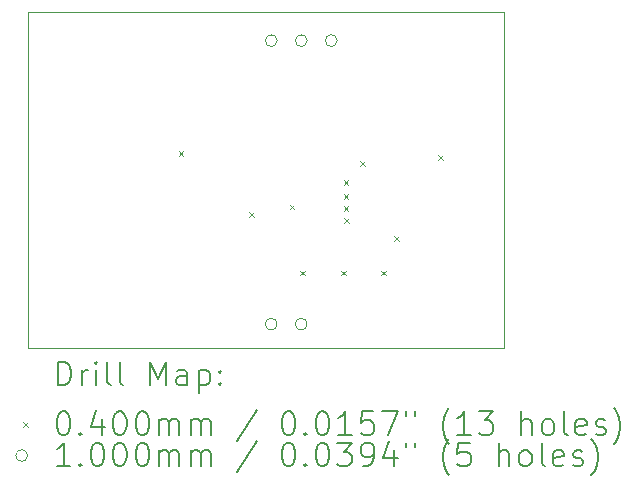
<source format=gbr>
%FSLAX45Y45*%
G04 Gerber Fmt 4.5, Leading zero omitted, Abs format (unit mm)*
G04 Created by KiCad (PCBNEW (6.0.5)) date 2023-01-30 16:32:39*
%MOMM*%
%LPD*%
G01*
G04 APERTURE LIST*
%TA.AperFunction,Profile*%
%ADD10C,0.100000*%
%TD*%
%ADD11C,0.200000*%
%ADD12C,0.040000*%
%ADD13C,0.100000*%
G04 APERTURE END LIST*
D10*
X5626100Y-9550400D02*
X9652000Y-9550400D01*
X9652000Y-9550400D02*
X9652000Y-12395200D01*
X9652000Y-12395200D02*
X5626100Y-12395200D01*
X5626100Y-12395200D02*
X5626100Y-9550400D01*
D11*
D12*
X6900402Y-10728375D02*
X6940402Y-10768375D01*
X6940402Y-10728375D02*
X6900402Y-10768375D01*
X7498400Y-11244900D02*
X7538400Y-11284900D01*
X7538400Y-11244900D02*
X7498400Y-11284900D01*
X7839855Y-11179095D02*
X7879855Y-11219095D01*
X7879855Y-11179095D02*
X7839855Y-11219095D01*
X7930174Y-11738700D02*
X7970174Y-11778700D01*
X7970174Y-11738700D02*
X7930174Y-11778700D01*
X8273074Y-11738700D02*
X8313074Y-11778700D01*
X8313074Y-11738700D02*
X8273074Y-11778700D01*
X8296969Y-11192600D02*
X8336969Y-11232600D01*
X8336969Y-11192600D02*
X8296969Y-11232600D01*
X8298065Y-10974929D02*
X8338065Y-11014929D01*
X8338065Y-10974929D02*
X8298065Y-11014929D01*
X8298065Y-11090072D02*
X8338065Y-11130072D01*
X8338065Y-11090072D02*
X8298065Y-11130072D01*
X8299715Y-11294569D02*
X8339715Y-11334569D01*
X8339715Y-11294569D02*
X8299715Y-11334569D01*
X8438174Y-10811600D02*
X8478174Y-10851600D01*
X8478174Y-10811600D02*
X8438174Y-10851600D01*
X8615974Y-11738700D02*
X8655974Y-11778700D01*
X8655974Y-11738700D02*
X8615974Y-11778700D01*
X8722836Y-11445237D02*
X8762836Y-11485237D01*
X8762836Y-11445237D02*
X8722836Y-11485237D01*
X9098574Y-10760800D02*
X9138574Y-10800800D01*
X9138574Y-10760800D02*
X9098574Y-10800800D01*
D13*
X7734000Y-9791700D02*
G75*
G03*
X7734000Y-9791700I-50000J0D01*
G01*
X7734000Y-12192000D02*
G75*
G03*
X7734000Y-12192000I-50000J0D01*
G01*
X7988000Y-9791700D02*
G75*
G03*
X7988000Y-9791700I-50000J0D01*
G01*
X7988000Y-12192000D02*
G75*
G03*
X7988000Y-12192000I-50000J0D01*
G01*
X8241500Y-9791700D02*
G75*
G03*
X8241500Y-9791700I-50000J0D01*
G01*
D11*
X5878719Y-12710676D02*
X5878719Y-12510676D01*
X5926338Y-12510676D01*
X5954909Y-12520200D01*
X5973957Y-12539248D01*
X5983481Y-12558295D01*
X5993005Y-12596390D01*
X5993005Y-12624962D01*
X5983481Y-12663057D01*
X5973957Y-12682105D01*
X5954909Y-12701152D01*
X5926338Y-12710676D01*
X5878719Y-12710676D01*
X6078719Y-12710676D02*
X6078719Y-12577343D01*
X6078719Y-12615438D02*
X6088243Y-12596390D01*
X6097767Y-12586867D01*
X6116814Y-12577343D01*
X6135862Y-12577343D01*
X6202528Y-12710676D02*
X6202528Y-12577343D01*
X6202528Y-12510676D02*
X6193005Y-12520200D01*
X6202528Y-12529724D01*
X6212052Y-12520200D01*
X6202528Y-12510676D01*
X6202528Y-12529724D01*
X6326338Y-12710676D02*
X6307290Y-12701152D01*
X6297767Y-12682105D01*
X6297767Y-12510676D01*
X6431100Y-12710676D02*
X6412052Y-12701152D01*
X6402528Y-12682105D01*
X6402528Y-12510676D01*
X6659671Y-12710676D02*
X6659671Y-12510676D01*
X6726338Y-12653533D01*
X6793005Y-12510676D01*
X6793005Y-12710676D01*
X6973957Y-12710676D02*
X6973957Y-12605914D01*
X6964433Y-12586867D01*
X6945386Y-12577343D01*
X6907290Y-12577343D01*
X6888243Y-12586867D01*
X6973957Y-12701152D02*
X6954909Y-12710676D01*
X6907290Y-12710676D01*
X6888243Y-12701152D01*
X6878719Y-12682105D01*
X6878719Y-12663057D01*
X6888243Y-12644009D01*
X6907290Y-12634486D01*
X6954909Y-12634486D01*
X6973957Y-12624962D01*
X7069195Y-12577343D02*
X7069195Y-12777343D01*
X7069195Y-12586867D02*
X7088243Y-12577343D01*
X7126338Y-12577343D01*
X7145386Y-12586867D01*
X7154909Y-12596390D01*
X7164433Y-12615438D01*
X7164433Y-12672581D01*
X7154909Y-12691628D01*
X7145386Y-12701152D01*
X7126338Y-12710676D01*
X7088243Y-12710676D01*
X7069195Y-12701152D01*
X7250148Y-12691628D02*
X7259671Y-12701152D01*
X7250148Y-12710676D01*
X7240624Y-12701152D01*
X7250148Y-12691628D01*
X7250148Y-12710676D01*
X7250148Y-12586867D02*
X7259671Y-12596390D01*
X7250148Y-12605914D01*
X7240624Y-12596390D01*
X7250148Y-12586867D01*
X7250148Y-12605914D01*
D12*
X5581100Y-13020200D02*
X5621100Y-13060200D01*
X5621100Y-13020200D02*
X5581100Y-13060200D01*
D11*
X5916814Y-12930676D02*
X5935862Y-12930676D01*
X5954909Y-12940200D01*
X5964433Y-12949724D01*
X5973957Y-12968771D01*
X5983481Y-13006867D01*
X5983481Y-13054486D01*
X5973957Y-13092581D01*
X5964433Y-13111628D01*
X5954909Y-13121152D01*
X5935862Y-13130676D01*
X5916814Y-13130676D01*
X5897767Y-13121152D01*
X5888243Y-13111628D01*
X5878719Y-13092581D01*
X5869195Y-13054486D01*
X5869195Y-13006867D01*
X5878719Y-12968771D01*
X5888243Y-12949724D01*
X5897767Y-12940200D01*
X5916814Y-12930676D01*
X6069195Y-13111628D02*
X6078719Y-13121152D01*
X6069195Y-13130676D01*
X6059671Y-13121152D01*
X6069195Y-13111628D01*
X6069195Y-13130676D01*
X6250148Y-12997343D02*
X6250148Y-13130676D01*
X6202528Y-12921152D02*
X6154909Y-13064009D01*
X6278719Y-13064009D01*
X6393005Y-12930676D02*
X6412052Y-12930676D01*
X6431100Y-12940200D01*
X6440624Y-12949724D01*
X6450148Y-12968771D01*
X6459671Y-13006867D01*
X6459671Y-13054486D01*
X6450148Y-13092581D01*
X6440624Y-13111628D01*
X6431100Y-13121152D01*
X6412052Y-13130676D01*
X6393005Y-13130676D01*
X6373957Y-13121152D01*
X6364433Y-13111628D01*
X6354909Y-13092581D01*
X6345386Y-13054486D01*
X6345386Y-13006867D01*
X6354909Y-12968771D01*
X6364433Y-12949724D01*
X6373957Y-12940200D01*
X6393005Y-12930676D01*
X6583481Y-12930676D02*
X6602528Y-12930676D01*
X6621576Y-12940200D01*
X6631100Y-12949724D01*
X6640624Y-12968771D01*
X6650148Y-13006867D01*
X6650148Y-13054486D01*
X6640624Y-13092581D01*
X6631100Y-13111628D01*
X6621576Y-13121152D01*
X6602528Y-13130676D01*
X6583481Y-13130676D01*
X6564433Y-13121152D01*
X6554909Y-13111628D01*
X6545386Y-13092581D01*
X6535862Y-13054486D01*
X6535862Y-13006867D01*
X6545386Y-12968771D01*
X6554909Y-12949724D01*
X6564433Y-12940200D01*
X6583481Y-12930676D01*
X6735862Y-13130676D02*
X6735862Y-12997343D01*
X6735862Y-13016390D02*
X6745386Y-13006867D01*
X6764433Y-12997343D01*
X6793005Y-12997343D01*
X6812052Y-13006867D01*
X6821576Y-13025914D01*
X6821576Y-13130676D01*
X6821576Y-13025914D02*
X6831100Y-13006867D01*
X6850148Y-12997343D01*
X6878719Y-12997343D01*
X6897767Y-13006867D01*
X6907290Y-13025914D01*
X6907290Y-13130676D01*
X7002528Y-13130676D02*
X7002528Y-12997343D01*
X7002528Y-13016390D02*
X7012052Y-13006867D01*
X7031100Y-12997343D01*
X7059671Y-12997343D01*
X7078719Y-13006867D01*
X7088243Y-13025914D01*
X7088243Y-13130676D01*
X7088243Y-13025914D02*
X7097767Y-13006867D01*
X7116814Y-12997343D01*
X7145386Y-12997343D01*
X7164433Y-13006867D01*
X7173957Y-13025914D01*
X7173957Y-13130676D01*
X7564433Y-12921152D02*
X7393005Y-13178295D01*
X7821576Y-12930676D02*
X7840624Y-12930676D01*
X7859671Y-12940200D01*
X7869195Y-12949724D01*
X7878719Y-12968771D01*
X7888243Y-13006867D01*
X7888243Y-13054486D01*
X7878719Y-13092581D01*
X7869195Y-13111628D01*
X7859671Y-13121152D01*
X7840624Y-13130676D01*
X7821576Y-13130676D01*
X7802528Y-13121152D01*
X7793005Y-13111628D01*
X7783481Y-13092581D01*
X7773957Y-13054486D01*
X7773957Y-13006867D01*
X7783481Y-12968771D01*
X7793005Y-12949724D01*
X7802528Y-12940200D01*
X7821576Y-12930676D01*
X7973957Y-13111628D02*
X7983481Y-13121152D01*
X7973957Y-13130676D01*
X7964433Y-13121152D01*
X7973957Y-13111628D01*
X7973957Y-13130676D01*
X8107290Y-12930676D02*
X8126338Y-12930676D01*
X8145386Y-12940200D01*
X8154909Y-12949724D01*
X8164433Y-12968771D01*
X8173957Y-13006867D01*
X8173957Y-13054486D01*
X8164433Y-13092581D01*
X8154909Y-13111628D01*
X8145386Y-13121152D01*
X8126338Y-13130676D01*
X8107290Y-13130676D01*
X8088243Y-13121152D01*
X8078719Y-13111628D01*
X8069195Y-13092581D01*
X8059671Y-13054486D01*
X8059671Y-13006867D01*
X8069195Y-12968771D01*
X8078719Y-12949724D01*
X8088243Y-12940200D01*
X8107290Y-12930676D01*
X8364433Y-13130676D02*
X8250148Y-13130676D01*
X8307290Y-13130676D02*
X8307290Y-12930676D01*
X8288243Y-12959248D01*
X8269195Y-12978295D01*
X8250148Y-12987819D01*
X8545386Y-12930676D02*
X8450148Y-12930676D01*
X8440624Y-13025914D01*
X8450148Y-13016390D01*
X8469195Y-13006867D01*
X8516814Y-13006867D01*
X8535862Y-13016390D01*
X8545386Y-13025914D01*
X8554910Y-13044962D01*
X8554910Y-13092581D01*
X8545386Y-13111628D01*
X8535862Y-13121152D01*
X8516814Y-13130676D01*
X8469195Y-13130676D01*
X8450148Y-13121152D01*
X8440624Y-13111628D01*
X8621576Y-12930676D02*
X8754910Y-12930676D01*
X8669195Y-13130676D01*
X8821576Y-12930676D02*
X8821576Y-12968771D01*
X8897767Y-12930676D02*
X8897767Y-12968771D01*
X9193005Y-13206867D02*
X9183481Y-13197343D01*
X9164433Y-13168771D01*
X9154910Y-13149724D01*
X9145386Y-13121152D01*
X9135862Y-13073533D01*
X9135862Y-13035438D01*
X9145386Y-12987819D01*
X9154910Y-12959248D01*
X9164433Y-12940200D01*
X9183481Y-12911628D01*
X9193005Y-12902105D01*
X9373957Y-13130676D02*
X9259671Y-13130676D01*
X9316814Y-13130676D02*
X9316814Y-12930676D01*
X9297767Y-12959248D01*
X9278719Y-12978295D01*
X9259671Y-12987819D01*
X9440624Y-12930676D02*
X9564433Y-12930676D01*
X9497767Y-13006867D01*
X9526338Y-13006867D01*
X9545386Y-13016390D01*
X9554910Y-13025914D01*
X9564433Y-13044962D01*
X9564433Y-13092581D01*
X9554910Y-13111628D01*
X9545386Y-13121152D01*
X9526338Y-13130676D01*
X9469195Y-13130676D01*
X9450148Y-13121152D01*
X9440624Y-13111628D01*
X9802529Y-13130676D02*
X9802529Y-12930676D01*
X9888243Y-13130676D02*
X9888243Y-13025914D01*
X9878719Y-13006867D01*
X9859671Y-12997343D01*
X9831100Y-12997343D01*
X9812052Y-13006867D01*
X9802529Y-13016390D01*
X10012052Y-13130676D02*
X9993005Y-13121152D01*
X9983481Y-13111628D01*
X9973957Y-13092581D01*
X9973957Y-13035438D01*
X9983481Y-13016390D01*
X9993005Y-13006867D01*
X10012052Y-12997343D01*
X10040624Y-12997343D01*
X10059671Y-13006867D01*
X10069195Y-13016390D01*
X10078719Y-13035438D01*
X10078719Y-13092581D01*
X10069195Y-13111628D01*
X10059671Y-13121152D01*
X10040624Y-13130676D01*
X10012052Y-13130676D01*
X10193005Y-13130676D02*
X10173957Y-13121152D01*
X10164433Y-13102105D01*
X10164433Y-12930676D01*
X10345386Y-13121152D02*
X10326338Y-13130676D01*
X10288243Y-13130676D01*
X10269195Y-13121152D01*
X10259671Y-13102105D01*
X10259671Y-13025914D01*
X10269195Y-13006867D01*
X10288243Y-12997343D01*
X10326338Y-12997343D01*
X10345386Y-13006867D01*
X10354910Y-13025914D01*
X10354910Y-13044962D01*
X10259671Y-13064009D01*
X10431100Y-13121152D02*
X10450148Y-13130676D01*
X10488243Y-13130676D01*
X10507290Y-13121152D01*
X10516814Y-13102105D01*
X10516814Y-13092581D01*
X10507290Y-13073533D01*
X10488243Y-13064009D01*
X10459671Y-13064009D01*
X10440624Y-13054486D01*
X10431100Y-13035438D01*
X10431100Y-13025914D01*
X10440624Y-13006867D01*
X10459671Y-12997343D01*
X10488243Y-12997343D01*
X10507290Y-13006867D01*
X10583481Y-13206867D02*
X10593005Y-13197343D01*
X10612052Y-13168771D01*
X10621576Y-13149724D01*
X10631100Y-13121152D01*
X10640624Y-13073533D01*
X10640624Y-13035438D01*
X10631100Y-12987819D01*
X10621576Y-12959248D01*
X10612052Y-12940200D01*
X10593005Y-12911628D01*
X10583481Y-12902105D01*
D13*
X5621100Y-13304200D02*
G75*
G03*
X5621100Y-13304200I-50000J0D01*
G01*
D11*
X5983481Y-13394676D02*
X5869195Y-13394676D01*
X5926338Y-13394676D02*
X5926338Y-13194676D01*
X5907290Y-13223248D01*
X5888243Y-13242295D01*
X5869195Y-13251819D01*
X6069195Y-13375628D02*
X6078719Y-13385152D01*
X6069195Y-13394676D01*
X6059671Y-13385152D01*
X6069195Y-13375628D01*
X6069195Y-13394676D01*
X6202528Y-13194676D02*
X6221576Y-13194676D01*
X6240624Y-13204200D01*
X6250148Y-13213724D01*
X6259671Y-13232771D01*
X6269195Y-13270867D01*
X6269195Y-13318486D01*
X6259671Y-13356581D01*
X6250148Y-13375628D01*
X6240624Y-13385152D01*
X6221576Y-13394676D01*
X6202528Y-13394676D01*
X6183481Y-13385152D01*
X6173957Y-13375628D01*
X6164433Y-13356581D01*
X6154909Y-13318486D01*
X6154909Y-13270867D01*
X6164433Y-13232771D01*
X6173957Y-13213724D01*
X6183481Y-13204200D01*
X6202528Y-13194676D01*
X6393005Y-13194676D02*
X6412052Y-13194676D01*
X6431100Y-13204200D01*
X6440624Y-13213724D01*
X6450148Y-13232771D01*
X6459671Y-13270867D01*
X6459671Y-13318486D01*
X6450148Y-13356581D01*
X6440624Y-13375628D01*
X6431100Y-13385152D01*
X6412052Y-13394676D01*
X6393005Y-13394676D01*
X6373957Y-13385152D01*
X6364433Y-13375628D01*
X6354909Y-13356581D01*
X6345386Y-13318486D01*
X6345386Y-13270867D01*
X6354909Y-13232771D01*
X6364433Y-13213724D01*
X6373957Y-13204200D01*
X6393005Y-13194676D01*
X6583481Y-13194676D02*
X6602528Y-13194676D01*
X6621576Y-13204200D01*
X6631100Y-13213724D01*
X6640624Y-13232771D01*
X6650148Y-13270867D01*
X6650148Y-13318486D01*
X6640624Y-13356581D01*
X6631100Y-13375628D01*
X6621576Y-13385152D01*
X6602528Y-13394676D01*
X6583481Y-13394676D01*
X6564433Y-13385152D01*
X6554909Y-13375628D01*
X6545386Y-13356581D01*
X6535862Y-13318486D01*
X6535862Y-13270867D01*
X6545386Y-13232771D01*
X6554909Y-13213724D01*
X6564433Y-13204200D01*
X6583481Y-13194676D01*
X6735862Y-13394676D02*
X6735862Y-13261343D01*
X6735862Y-13280390D02*
X6745386Y-13270867D01*
X6764433Y-13261343D01*
X6793005Y-13261343D01*
X6812052Y-13270867D01*
X6821576Y-13289914D01*
X6821576Y-13394676D01*
X6821576Y-13289914D02*
X6831100Y-13270867D01*
X6850148Y-13261343D01*
X6878719Y-13261343D01*
X6897767Y-13270867D01*
X6907290Y-13289914D01*
X6907290Y-13394676D01*
X7002528Y-13394676D02*
X7002528Y-13261343D01*
X7002528Y-13280390D02*
X7012052Y-13270867D01*
X7031100Y-13261343D01*
X7059671Y-13261343D01*
X7078719Y-13270867D01*
X7088243Y-13289914D01*
X7088243Y-13394676D01*
X7088243Y-13289914D02*
X7097767Y-13270867D01*
X7116814Y-13261343D01*
X7145386Y-13261343D01*
X7164433Y-13270867D01*
X7173957Y-13289914D01*
X7173957Y-13394676D01*
X7564433Y-13185152D02*
X7393005Y-13442295D01*
X7821576Y-13194676D02*
X7840624Y-13194676D01*
X7859671Y-13204200D01*
X7869195Y-13213724D01*
X7878719Y-13232771D01*
X7888243Y-13270867D01*
X7888243Y-13318486D01*
X7878719Y-13356581D01*
X7869195Y-13375628D01*
X7859671Y-13385152D01*
X7840624Y-13394676D01*
X7821576Y-13394676D01*
X7802528Y-13385152D01*
X7793005Y-13375628D01*
X7783481Y-13356581D01*
X7773957Y-13318486D01*
X7773957Y-13270867D01*
X7783481Y-13232771D01*
X7793005Y-13213724D01*
X7802528Y-13204200D01*
X7821576Y-13194676D01*
X7973957Y-13375628D02*
X7983481Y-13385152D01*
X7973957Y-13394676D01*
X7964433Y-13385152D01*
X7973957Y-13375628D01*
X7973957Y-13394676D01*
X8107290Y-13194676D02*
X8126338Y-13194676D01*
X8145386Y-13204200D01*
X8154909Y-13213724D01*
X8164433Y-13232771D01*
X8173957Y-13270867D01*
X8173957Y-13318486D01*
X8164433Y-13356581D01*
X8154909Y-13375628D01*
X8145386Y-13385152D01*
X8126338Y-13394676D01*
X8107290Y-13394676D01*
X8088243Y-13385152D01*
X8078719Y-13375628D01*
X8069195Y-13356581D01*
X8059671Y-13318486D01*
X8059671Y-13270867D01*
X8069195Y-13232771D01*
X8078719Y-13213724D01*
X8088243Y-13204200D01*
X8107290Y-13194676D01*
X8240624Y-13194676D02*
X8364433Y-13194676D01*
X8297767Y-13270867D01*
X8326338Y-13270867D01*
X8345386Y-13280390D01*
X8354909Y-13289914D01*
X8364433Y-13308962D01*
X8364433Y-13356581D01*
X8354909Y-13375628D01*
X8345386Y-13385152D01*
X8326338Y-13394676D01*
X8269195Y-13394676D01*
X8250148Y-13385152D01*
X8240624Y-13375628D01*
X8459671Y-13394676D02*
X8497767Y-13394676D01*
X8516814Y-13385152D01*
X8526338Y-13375628D01*
X8545386Y-13347057D01*
X8554910Y-13308962D01*
X8554910Y-13232771D01*
X8545386Y-13213724D01*
X8535862Y-13204200D01*
X8516814Y-13194676D01*
X8478719Y-13194676D01*
X8459671Y-13204200D01*
X8450148Y-13213724D01*
X8440624Y-13232771D01*
X8440624Y-13280390D01*
X8450148Y-13299438D01*
X8459671Y-13308962D01*
X8478719Y-13318486D01*
X8516814Y-13318486D01*
X8535862Y-13308962D01*
X8545386Y-13299438D01*
X8554910Y-13280390D01*
X8726338Y-13261343D02*
X8726338Y-13394676D01*
X8678719Y-13185152D02*
X8631100Y-13328009D01*
X8754910Y-13328009D01*
X8821576Y-13194676D02*
X8821576Y-13232771D01*
X8897767Y-13194676D02*
X8897767Y-13232771D01*
X9193005Y-13470867D02*
X9183481Y-13461343D01*
X9164433Y-13432771D01*
X9154910Y-13413724D01*
X9145386Y-13385152D01*
X9135862Y-13337533D01*
X9135862Y-13299438D01*
X9145386Y-13251819D01*
X9154910Y-13223248D01*
X9164433Y-13204200D01*
X9183481Y-13175628D01*
X9193005Y-13166105D01*
X9364433Y-13194676D02*
X9269195Y-13194676D01*
X9259671Y-13289914D01*
X9269195Y-13280390D01*
X9288243Y-13270867D01*
X9335862Y-13270867D01*
X9354910Y-13280390D01*
X9364433Y-13289914D01*
X9373957Y-13308962D01*
X9373957Y-13356581D01*
X9364433Y-13375628D01*
X9354910Y-13385152D01*
X9335862Y-13394676D01*
X9288243Y-13394676D01*
X9269195Y-13385152D01*
X9259671Y-13375628D01*
X9612052Y-13394676D02*
X9612052Y-13194676D01*
X9697767Y-13394676D02*
X9697767Y-13289914D01*
X9688243Y-13270867D01*
X9669195Y-13261343D01*
X9640624Y-13261343D01*
X9621576Y-13270867D01*
X9612052Y-13280390D01*
X9821576Y-13394676D02*
X9802529Y-13385152D01*
X9793005Y-13375628D01*
X9783481Y-13356581D01*
X9783481Y-13299438D01*
X9793005Y-13280390D01*
X9802529Y-13270867D01*
X9821576Y-13261343D01*
X9850148Y-13261343D01*
X9869195Y-13270867D01*
X9878719Y-13280390D01*
X9888243Y-13299438D01*
X9888243Y-13356581D01*
X9878719Y-13375628D01*
X9869195Y-13385152D01*
X9850148Y-13394676D01*
X9821576Y-13394676D01*
X10002529Y-13394676D02*
X9983481Y-13385152D01*
X9973957Y-13366105D01*
X9973957Y-13194676D01*
X10154910Y-13385152D02*
X10135862Y-13394676D01*
X10097767Y-13394676D01*
X10078719Y-13385152D01*
X10069195Y-13366105D01*
X10069195Y-13289914D01*
X10078719Y-13270867D01*
X10097767Y-13261343D01*
X10135862Y-13261343D01*
X10154910Y-13270867D01*
X10164433Y-13289914D01*
X10164433Y-13308962D01*
X10069195Y-13328009D01*
X10240624Y-13385152D02*
X10259671Y-13394676D01*
X10297767Y-13394676D01*
X10316814Y-13385152D01*
X10326338Y-13366105D01*
X10326338Y-13356581D01*
X10316814Y-13337533D01*
X10297767Y-13328009D01*
X10269195Y-13328009D01*
X10250148Y-13318486D01*
X10240624Y-13299438D01*
X10240624Y-13289914D01*
X10250148Y-13270867D01*
X10269195Y-13261343D01*
X10297767Y-13261343D01*
X10316814Y-13270867D01*
X10393005Y-13470867D02*
X10402529Y-13461343D01*
X10421576Y-13432771D01*
X10431100Y-13413724D01*
X10440624Y-13385152D01*
X10450148Y-13337533D01*
X10450148Y-13299438D01*
X10440624Y-13251819D01*
X10431100Y-13223248D01*
X10421576Y-13204200D01*
X10402529Y-13175628D01*
X10393005Y-13166105D01*
M02*

</source>
